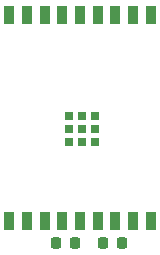
<source format=gbp>
G04 #@! TF.GenerationSoftware,KiCad,Pcbnew,(6.0.4)*
G04 #@! TF.CreationDate,2023-03-05T19:47:51+01:00*
G04 #@! TF.ProjectId,hair-02,68616972-2d30-4322-9e6b-696361645f70,rev?*
G04 #@! TF.SameCoordinates,Original*
G04 #@! TF.FileFunction,Paste,Bot*
G04 #@! TF.FilePolarity,Positive*
%FSLAX46Y46*%
G04 Gerber Fmt 4.6, Leading zero omitted, Abs format (unit mm)*
G04 Created by KiCad (PCBNEW (6.0.4)) date 2023-03-05 19:47:51*
%MOMM*%
%LPD*%
G01*
G04 APERTURE LIST*
G04 Aperture macros list*
%AMRoundRect*
0 Rectangle with rounded corners*
0 $1 Rounding radius*
0 $2 $3 $4 $5 $6 $7 $8 $9 X,Y pos of 4 corners*
0 Add a 4 corners polygon primitive as box body*
4,1,4,$2,$3,$4,$5,$6,$7,$8,$9,$2,$3,0*
0 Add four circle primitives for the rounded corners*
1,1,$1+$1,$2,$3*
1,1,$1+$1,$4,$5*
1,1,$1+$1,$6,$7*
1,1,$1+$1,$8,$9*
0 Add four rect primitives between the rounded corners*
20,1,$1+$1,$2,$3,$4,$5,0*
20,1,$1+$1,$4,$5,$6,$7,0*
20,1,$1+$1,$6,$7,$8,$9,0*
20,1,$1+$1,$8,$9,$2,$3,0*%
G04 Aperture macros list end*
%ADD10RoundRect,0.218750X-0.218750X-0.256250X0.218750X-0.256250X0.218750X0.256250X-0.218750X0.256250X0*%
%ADD11R,0.900000X1.500000*%
%ADD12R,0.700000X0.700000*%
%ADD13RoundRect,0.218750X0.218750X0.256250X-0.218750X0.256250X-0.218750X-0.256250X0.218750X-0.256250X0*%
G04 APERTURE END LIST*
D10*
X149712500Y-115900000D03*
X151287500Y-115900000D03*
D11*
X141750000Y-96550000D03*
X143250000Y-96550000D03*
X144750000Y-96550000D03*
X146250000Y-96550000D03*
X147750000Y-96550000D03*
X149250000Y-96550000D03*
X150750000Y-96550000D03*
X152250000Y-96550000D03*
X153750000Y-96550000D03*
X153750000Y-114050000D03*
X152250000Y-114050000D03*
X150750000Y-114050000D03*
X149250000Y-114050000D03*
X147750000Y-114050000D03*
X146250000Y-114050000D03*
X144750000Y-114050000D03*
X143250000Y-114050000D03*
X141750000Y-114050000D03*
D12*
X147950000Y-105160000D03*
X146850000Y-107360000D03*
X149050000Y-107360000D03*
X146850000Y-105160000D03*
X149050000Y-106260000D03*
X146850000Y-106260000D03*
X147950000Y-106260000D03*
X149050000Y-105160000D03*
X147950000Y-107360000D03*
D13*
X147287500Y-115900000D03*
X145712500Y-115900000D03*
M02*

</source>
